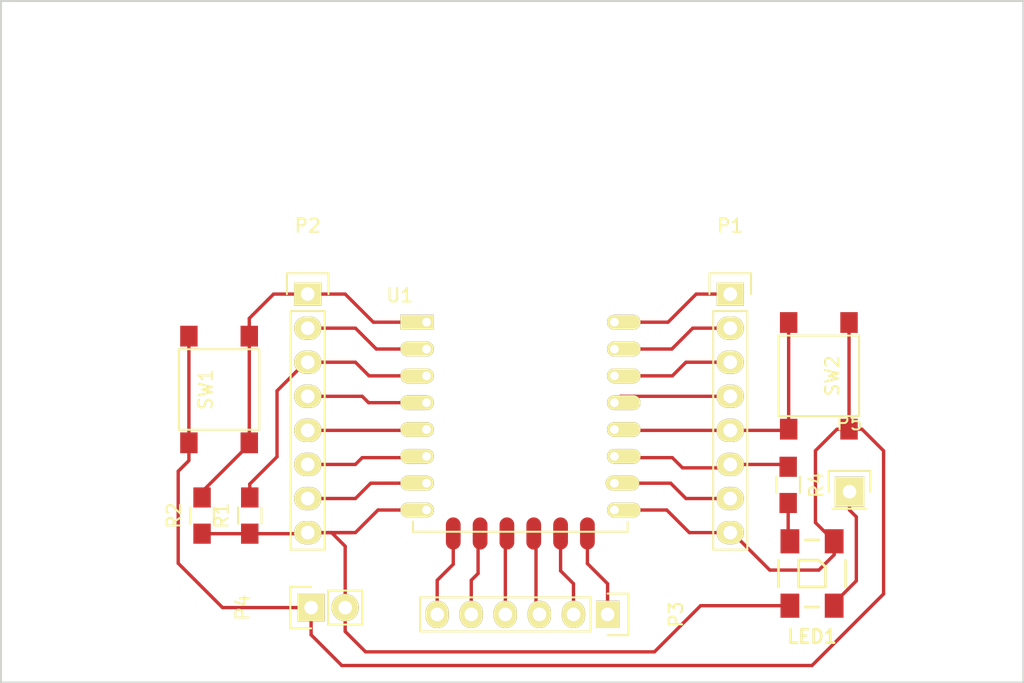
<source format=kicad_pcb>
(kicad_pcb (version 4) (host pcbnew 4.0.3-stable)

  (general
    (links 41)
    (no_connects 1)
    (area 101.524999 76.124999 177.875001 127.075001)
    (thickness 1.6)
    (drawings 4)
    (tracks 131)
    (zones 0)
    (modules 12)
    (nets 25)
  )

  (page A4)
  (layers
    (0 F.Cu signal)
    (31 B.Cu signal)
    (32 B.Adhes user)
    (33 F.Adhes user)
    (34 B.Paste user)
    (35 F.Paste user)
    (36 B.SilkS user)
    (37 F.SilkS user)
    (38 B.Mask user)
    (39 F.Mask user)
    (40 Dwgs.User user)
    (41 Cmts.User user)
    (42 Eco1.User user)
    (43 Eco2.User user)
    (44 Edge.Cuts user)
    (45 Margin user)
    (46 B.CrtYd user)
    (47 F.CrtYd user)
    (48 B.Fab user)
    (49 F.Fab user)
  )

  (setup
    (last_trace_width 0.25)
    (trace_clearance 0.2)
    (zone_clearance 0.508)
    (zone_45_only no)
    (trace_min 0.2)
    (segment_width 0.2)
    (edge_width 0.15)
    (via_size 0.6)
    (via_drill 0.4)
    (via_min_size 0.4)
    (via_min_drill 0.3)
    (uvia_size 0.3)
    (uvia_drill 0.1)
    (uvias_allowed no)
    (uvia_min_size 0.2)
    (uvia_min_drill 0.1)
    (pcb_text_width 0.3)
    (pcb_text_size 1.5 1.5)
    (mod_edge_width 0.15)
    (mod_text_size 1 1)
    (mod_text_width 0.15)
    (pad_size 1.524 1.524)
    (pad_drill 0.762)
    (pad_to_mask_clearance 0.2)
    (aux_axis_origin 0 0)
    (visible_elements FFFFFF7F)
    (pcbplotparams
      (layerselection 0x00000_00000001)
      (usegerberextensions false)
      (excludeedgelayer true)
      (linewidth 0.100000)
      (plotframeref false)
      (viasonmask false)
      (mode 1)
      (useauxorigin false)
      (hpglpennumber 1)
      (hpglpenspeed 20)
      (hpglpendiameter 15)
      (hpglpenoverlay 2)
      (psnegative false)
      (psa4output false)
      (plotreference true)
      (plotvalue true)
      (plotinvisibletext false)
      (padsonsilk false)
      (subtractmaskfromsilk false)
      (outputformat 1)
      (mirror false)
      (drillshape 0)
      (scaleselection 1)
      (outputdirectory ""))
  )

  (net 0 "")
  (net 1 /TX)
  (net 2 /RX)
  (net 3 /GPIO_5)
  (net 4 /GPIO_4)
  (net 5 /GPIO_0)
  (net 6 /GPIO_2)
  (net 7 GND)
  (net 8 /RESET)
  (net 9 /ADC)
  (net 10 /CH_PD)
  (net 11 /GPIO_16)
  (net 12 /GPIO_14)
  (net 13 /GPIO_12)
  (net 14 /GPIO_13)
  (net 15 +3V3)
  (net 16 /CS)
  (net 17 /MISO)
  (net 18 /GPIO_9)
  (net 19 /GPIO_10)
  (net 20 /MOSI)
  (net 21 /SCK)
  (net 22 /GPIO_15)
  (net 23 "Net-(LED1-Pad2)")
  (net 24 "Net-(LED1-Pad4)")

  (net_class Default "This is the default net class."
    (clearance 0.2)
    (trace_width 0.25)
    (via_dia 0.6)
    (via_drill 0.4)
    (uvia_dia 0.3)
    (uvia_drill 0.1)
    (add_net +3V3)
    (add_net /ADC)
    (add_net /CH_PD)
    (add_net /CS)
    (add_net /GPIO_0)
    (add_net /GPIO_10)
    (add_net /GPIO_12)
    (add_net /GPIO_13)
    (add_net /GPIO_14)
    (add_net /GPIO_15)
    (add_net /GPIO_16)
    (add_net /GPIO_2)
    (add_net /GPIO_4)
    (add_net /GPIO_5)
    (add_net /GPIO_9)
    (add_net /MISO)
    (add_net /MOSI)
    (add_net /RESET)
    (add_net /RX)
    (add_net /SCK)
    (add_net /TX)
    (add_net GND)
    (add_net "Net-(LED1-Pad2)")
    (add_net "Net-(LED1-Pad4)")
  )

  (module particle:PTS645 (layer F.Cu) (tedit 57BFDACA) (tstamp 57DDA7EA)
    (at 117.856 105.156 270)
    (path /57DDBB49)
    (fp_text reference SW1 (at 0 1 270) (layer F.SilkS)
      (effects (font (size 1 1) (thickness 0.15)))
    )
    (fp_text value PTS645 (at 0 -0.9 270) (layer F.Fab)
      (effects (font (size 1 1) (thickness 0.15)))
    )
    (fp_line (start -3 -3) (end 0 -3) (layer F.SilkS) (width 0.15))
    (fp_line (start -3 3) (end -3 -3) (layer F.SilkS) (width 0.15))
    (fp_line (start 3 3) (end -3 3) (layer F.SilkS) (width 0.15))
    (fp_line (start 3 -3) (end 3 3) (layer F.SilkS) (width 0.15))
    (fp_line (start 0 -3) (end 3 -3) (layer F.SilkS) (width 0.15))
    (pad 1 smd rect (at -3.975 -2.25 270) (size 1.55 1.3) (layers F.Cu F.Paste F.Mask)
      (net 8 /RESET))
    (pad 1 smd rect (at 3.975 -2.25 270) (size 1.55 1.3) (layers F.Cu F.Paste F.Mask)
      (net 8 /RESET))
    (pad 4 smd rect (at 3.975 2.25 270) (size 1.55 1.3) (layers F.Cu F.Paste F.Mask)
      (net 7 GND))
    (pad 4 smd rect (at -3.975 2.25 270) (size 1.55 1.3) (layers F.Cu F.Paste F.Mask)
      (net 7 GND))
  )

  (module Pin_Headers:Pin_Header_Straight_1x08 (layer F.Cu) (tedit 0) (tstamp 57DDA7C4)
    (at 155.956 98.044)
    (descr "Through hole pin header")
    (tags "pin header")
    (path /57DDA928)
    (fp_text reference P1 (at 0 -5.1) (layer F.SilkS)
      (effects (font (size 1 1) (thickness 0.15)))
    )
    (fp_text value CONN_01X08 (at 0 -3.1) (layer F.Fab)
      (effects (font (size 1 1) (thickness 0.15)))
    )
    (fp_line (start -1.75 -1.75) (end -1.75 19.55) (layer F.CrtYd) (width 0.05))
    (fp_line (start 1.75 -1.75) (end 1.75 19.55) (layer F.CrtYd) (width 0.05))
    (fp_line (start -1.75 -1.75) (end 1.75 -1.75) (layer F.CrtYd) (width 0.05))
    (fp_line (start -1.75 19.55) (end 1.75 19.55) (layer F.CrtYd) (width 0.05))
    (fp_line (start 1.27 1.27) (end 1.27 19.05) (layer F.SilkS) (width 0.15))
    (fp_line (start 1.27 19.05) (end -1.27 19.05) (layer F.SilkS) (width 0.15))
    (fp_line (start -1.27 19.05) (end -1.27 1.27) (layer F.SilkS) (width 0.15))
    (fp_line (start 1.55 -1.55) (end 1.55 0) (layer F.SilkS) (width 0.15))
    (fp_line (start 1.27 1.27) (end -1.27 1.27) (layer F.SilkS) (width 0.15))
    (fp_line (start -1.55 0) (end -1.55 -1.55) (layer F.SilkS) (width 0.15))
    (fp_line (start -1.55 -1.55) (end 1.55 -1.55) (layer F.SilkS) (width 0.15))
    (pad 1 thru_hole rect (at 0 0) (size 2.032 1.7272) (drill 1.016) (layers *.Cu *.Mask F.SilkS)
      (net 1 /TX))
    (pad 2 thru_hole oval (at 0 2.54) (size 2.032 1.7272) (drill 1.016) (layers *.Cu *.Mask F.SilkS)
      (net 2 /RX))
    (pad 3 thru_hole oval (at 0 5.08) (size 2.032 1.7272) (drill 1.016) (layers *.Cu *.Mask F.SilkS)
      (net 3 /GPIO_5))
    (pad 4 thru_hole oval (at 0 7.62) (size 2.032 1.7272) (drill 1.016) (layers *.Cu *.Mask F.SilkS)
      (net 4 /GPIO_4))
    (pad 5 thru_hole oval (at 0 10.16) (size 2.032 1.7272) (drill 1.016) (layers *.Cu *.Mask F.SilkS)
      (net 5 /GPIO_0))
    (pad 6 thru_hole oval (at 0 12.7) (size 2.032 1.7272) (drill 1.016) (layers *.Cu *.Mask F.SilkS)
      (net 6 /GPIO_2))
    (pad 7 thru_hole oval (at 0 15.24) (size 2.032 1.7272) (drill 1.016) (layers *.Cu *.Mask F.SilkS)
      (net 22 /GPIO_15))
    (pad 8 thru_hole oval (at 0 17.78) (size 2.032 1.7272) (drill 1.016) (layers *.Cu *.Mask F.SilkS)
      (net 7 GND))
    (model Pin_Headers.3dshapes/Pin_Header_Straight_1x08.wrl
      (at (xyz 0 -0.35 0))
      (scale (xyz 1 1 1))
      (rotate (xyz 0 0 90))
    )
  )

  (module Pin_Headers:Pin_Header_Straight_1x08 (layer F.Cu) (tedit 0) (tstamp 57DDA7D0)
    (at 124.46 98.044)
    (descr "Through hole pin header")
    (tags "pin header")
    (path /57DDA980)
    (fp_text reference P2 (at 0 -5.1) (layer F.SilkS)
      (effects (font (size 1 1) (thickness 0.15)))
    )
    (fp_text value CONN_01X08 (at 0 -3.1) (layer F.Fab)
      (effects (font (size 1 1) (thickness 0.15)))
    )
    (fp_line (start -1.75 -1.75) (end -1.75 19.55) (layer F.CrtYd) (width 0.05))
    (fp_line (start 1.75 -1.75) (end 1.75 19.55) (layer F.CrtYd) (width 0.05))
    (fp_line (start -1.75 -1.75) (end 1.75 -1.75) (layer F.CrtYd) (width 0.05))
    (fp_line (start -1.75 19.55) (end 1.75 19.55) (layer F.CrtYd) (width 0.05))
    (fp_line (start 1.27 1.27) (end 1.27 19.05) (layer F.SilkS) (width 0.15))
    (fp_line (start 1.27 19.05) (end -1.27 19.05) (layer F.SilkS) (width 0.15))
    (fp_line (start -1.27 19.05) (end -1.27 1.27) (layer F.SilkS) (width 0.15))
    (fp_line (start 1.55 -1.55) (end 1.55 0) (layer F.SilkS) (width 0.15))
    (fp_line (start 1.27 1.27) (end -1.27 1.27) (layer F.SilkS) (width 0.15))
    (fp_line (start -1.55 0) (end -1.55 -1.55) (layer F.SilkS) (width 0.15))
    (fp_line (start -1.55 -1.55) (end 1.55 -1.55) (layer F.SilkS) (width 0.15))
    (pad 1 thru_hole rect (at 0 0) (size 2.032 1.7272) (drill 1.016) (layers *.Cu *.Mask F.SilkS)
      (net 8 /RESET))
    (pad 2 thru_hole oval (at 0 2.54) (size 2.032 1.7272) (drill 1.016) (layers *.Cu *.Mask F.SilkS)
      (net 9 /ADC))
    (pad 3 thru_hole oval (at 0 5.08) (size 2.032 1.7272) (drill 1.016) (layers *.Cu *.Mask F.SilkS)
      (net 10 /CH_PD))
    (pad 4 thru_hole oval (at 0 7.62) (size 2.032 1.7272) (drill 1.016) (layers *.Cu *.Mask F.SilkS)
      (net 11 /GPIO_16))
    (pad 5 thru_hole oval (at 0 10.16) (size 2.032 1.7272) (drill 1.016) (layers *.Cu *.Mask F.SilkS)
      (net 12 /GPIO_14))
    (pad 6 thru_hole oval (at 0 12.7) (size 2.032 1.7272) (drill 1.016) (layers *.Cu *.Mask F.SilkS)
      (net 13 /GPIO_12))
    (pad 7 thru_hole oval (at 0 15.24) (size 2.032 1.7272) (drill 1.016) (layers *.Cu *.Mask F.SilkS)
      (net 14 /GPIO_13))
    (pad 8 thru_hole oval (at 0 17.78) (size 2.032 1.7272) (drill 1.016) (layers *.Cu *.Mask F.SilkS)
      (net 15 +3V3))
    (model Pin_Headers.3dshapes/Pin_Header_Straight_1x08.wrl
      (at (xyz 0 -0.35 0))
      (scale (xyz 1 1 1))
      (rotate (xyz 0 0 90))
    )
  )

  (module Resistors_SMD:R_0805_HandSoldering (layer F.Cu) (tedit 54189DEE) (tstamp 57DDA7D6)
    (at 120.142 114.554 90)
    (descr "Resistor SMD 0805, hand soldering")
    (tags "resistor 0805")
    (path /57DDA094)
    (attr smd)
    (fp_text reference R1 (at 0 -2.1 90) (layer F.SilkS)
      (effects (font (size 1 1) (thickness 0.15)))
    )
    (fp_text value 2.2K (at 0 2.1 90) (layer F.Fab)
      (effects (font (size 1 1) (thickness 0.15)))
    )
    (fp_line (start -2.4 -1) (end 2.4 -1) (layer F.CrtYd) (width 0.05))
    (fp_line (start -2.4 1) (end 2.4 1) (layer F.CrtYd) (width 0.05))
    (fp_line (start -2.4 -1) (end -2.4 1) (layer F.CrtYd) (width 0.05))
    (fp_line (start 2.4 -1) (end 2.4 1) (layer F.CrtYd) (width 0.05))
    (fp_line (start 0.6 0.875) (end -0.6 0.875) (layer F.SilkS) (width 0.15))
    (fp_line (start -0.6 -0.875) (end 0.6 -0.875) (layer F.SilkS) (width 0.15))
    (pad 1 smd rect (at -1.35 0 90) (size 1.5 1.3) (layers F.Cu F.Paste F.Mask)
      (net 15 +3V3))
    (pad 2 smd rect (at 1.35 0 90) (size 1.5 1.3) (layers F.Cu F.Paste F.Mask)
      (net 10 /CH_PD))
    (model Resistors_SMD.3dshapes/R_0805_HandSoldering.wrl
      (at (xyz 0 0 0))
      (scale (xyz 1 1 1))
      (rotate (xyz 0 0 0))
    )
  )

  (module Resistors_SMD:R_0805_HandSoldering (layer F.Cu) (tedit 54189DEE) (tstamp 57DDA7DC)
    (at 116.586 114.554 90)
    (descr "Resistor SMD 0805, hand soldering")
    (tags "resistor 0805")
    (path /57DDA2A0)
    (attr smd)
    (fp_text reference R2 (at 0 -2.1 90) (layer F.SilkS)
      (effects (font (size 1 1) (thickness 0.15)))
    )
    (fp_text value 2.2K (at 0 2.1 90) (layer F.Fab)
      (effects (font (size 1 1) (thickness 0.15)))
    )
    (fp_line (start -2.4 -1) (end 2.4 -1) (layer F.CrtYd) (width 0.05))
    (fp_line (start -2.4 1) (end 2.4 1) (layer F.CrtYd) (width 0.05))
    (fp_line (start -2.4 -1) (end -2.4 1) (layer F.CrtYd) (width 0.05))
    (fp_line (start 2.4 -1) (end 2.4 1) (layer F.CrtYd) (width 0.05))
    (fp_line (start 0.6 0.875) (end -0.6 0.875) (layer F.SilkS) (width 0.15))
    (fp_line (start -0.6 -0.875) (end 0.6 -0.875) (layer F.SilkS) (width 0.15))
    (pad 1 smd rect (at -1.35 0 90) (size 1.5 1.3) (layers F.Cu F.Paste F.Mask)
      (net 15 +3V3))
    (pad 2 smd rect (at 1.35 0 90) (size 1.5 1.3) (layers F.Cu F.Paste F.Mask)
      (net 8 /RESET))
    (model Resistors_SMD.3dshapes/R_0805_HandSoldering.wrl
      (at (xyz 0 0 0))
      (scale (xyz 1 1 1))
      (rotate (xyz 0 0 0))
    )
  )

  (module particle:PTS645 (layer F.Cu) (tedit 57BFDACA) (tstamp 57DDA7F2)
    (at 162.56 104.14 90)
    (path /57DDBB97)
    (fp_text reference SW2 (at 0 1 90) (layer F.SilkS)
      (effects (font (size 1 1) (thickness 0.15)))
    )
    (fp_text value PTS645 (at 0 -0.9 90) (layer F.Fab)
      (effects (font (size 1 1) (thickness 0.15)))
    )
    (fp_line (start -3 -3) (end 0 -3) (layer F.SilkS) (width 0.15))
    (fp_line (start -3 3) (end -3 -3) (layer F.SilkS) (width 0.15))
    (fp_line (start 3 3) (end -3 3) (layer F.SilkS) (width 0.15))
    (fp_line (start 3 -3) (end 3 3) (layer F.SilkS) (width 0.15))
    (fp_line (start 0 -3) (end 3 -3) (layer F.SilkS) (width 0.15))
    (pad 1 smd rect (at -3.975 -2.25 90) (size 1.55 1.3) (layers F.Cu F.Paste F.Mask)
      (net 5 /GPIO_0))
    (pad 1 smd rect (at 3.975 -2.25 90) (size 1.55 1.3) (layers F.Cu F.Paste F.Mask)
      (net 5 /GPIO_0))
    (pad 4 smd rect (at 3.975 2.25 90) (size 1.55 1.3) (layers F.Cu F.Paste F.Mask)
      (net 7 GND))
    (pad 4 smd rect (at -3.975 2.25 90) (size 1.55 1.3) (layers F.Cu F.Paste F.Mask)
      (net 7 GND))
  )

  (module ESP8266:ESP-12E (layer F.Cu) (tedit 559F8D21) (tstamp 57DDA80C)
    (at 133.32 100.14)
    (descr "Module, ESP-8266, ESP-12, 16 pad, SMD")
    (tags "Module ESP-8266 ESP8266")
    (path /57DD9A8B)
    (fp_text reference U1 (at -2 -2) (layer F.SilkS)
      (effects (font (size 1 1) (thickness 0.15)))
    )
    (fp_text value ESP-12E (at 8 1) (layer F.Fab)
      (effects (font (size 1 1) (thickness 0.15)))
    )
    (fp_line (start -2.25 -0.5) (end -2.25 -8.75) (layer F.CrtYd) (width 0.05))
    (fp_line (start -2.25 -8.75) (end 15.25 -8.75) (layer F.CrtYd) (width 0.05))
    (fp_line (start 15.25 -8.75) (end 16.25 -8.75) (layer F.CrtYd) (width 0.05))
    (fp_line (start 16.25 -8.75) (end 16.25 16) (layer F.CrtYd) (width 0.05))
    (fp_line (start 16.25 16) (end -2.25 16) (layer F.CrtYd) (width 0.05))
    (fp_line (start -2.25 16) (end -2.25 -0.5) (layer F.CrtYd) (width 0.05))
    (fp_line (start -1.016 -8.382) (end 14.986 -8.382) (layer F.CrtYd) (width 0.1524))
    (fp_line (start 14.986 -8.382) (end 14.986 -0.889) (layer F.CrtYd) (width 0.1524))
    (fp_line (start -1.016 -8.382) (end -1.016 -1.016) (layer F.CrtYd) (width 0.1524))
    (fp_line (start -1.016 14.859) (end -1.016 15.621) (layer F.SilkS) (width 0.1524))
    (fp_line (start -1.016 15.621) (end 14.986 15.621) (layer F.SilkS) (width 0.1524))
    (fp_line (start 14.986 15.621) (end 14.986 14.859) (layer F.SilkS) (width 0.1524))
    (fp_line (start 14.992 -8.4) (end -1.008 -2.6) (layer F.CrtYd) (width 0.1524))
    (fp_line (start -1.008 -8.4) (end 14.992 -2.6) (layer F.CrtYd) (width 0.1524))
    (fp_text user "No Copper" (at 6.892 -5.4) (layer F.CrtYd)
      (effects (font (size 1 1) (thickness 0.15)))
    )
    (fp_line (start -1.008 -2.6) (end 14.992 -2.6) (layer F.CrtYd) (width 0.1524))
    (fp_line (start 15 -8.4) (end 15 15.6) (layer F.Fab) (width 0.05))
    (fp_line (start 14.992 15.6) (end -1.008 15.6) (layer F.Fab) (width 0.05))
    (fp_line (start -1.008 15.6) (end -1.008 -8.4) (layer F.Fab) (width 0.05))
    (fp_line (start -1.008 -8.4) (end 14.992 -8.4) (layer F.Fab) (width 0.05))
    (pad 1 thru_hole rect (at 0 0) (size 2.5 1.1) (drill 0.65 (offset -0.7 0)) (layers *.Cu *.Mask F.SilkS)
      (net 8 /RESET))
    (pad 2 thru_hole oval (at 0 2) (size 2.5 1.1) (drill 0.65 (offset -0.7 0)) (layers *.Cu *.Mask F.SilkS)
      (net 9 /ADC))
    (pad 3 thru_hole oval (at 0 4) (size 2.5 1.1) (drill 0.65 (offset -0.7 0)) (layers *.Cu *.Mask F.SilkS)
      (net 10 /CH_PD))
    (pad 4 thru_hole oval (at 0 6) (size 2.5 1.1) (drill 0.65 (offset -0.7 0)) (layers *.Cu *.Mask F.SilkS)
      (net 11 /GPIO_16))
    (pad 5 thru_hole oval (at 0 8) (size 2.5 1.1) (drill 0.65 (offset -0.7 0)) (layers *.Cu *.Mask F.SilkS)
      (net 12 /GPIO_14))
    (pad 6 thru_hole oval (at 0 10) (size 2.5 1.1) (drill 0.65 (offset -0.7 0)) (layers *.Cu *.Mask F.SilkS)
      (net 13 /GPIO_12))
    (pad 7 thru_hole oval (at 0 12) (size 2.5 1.1) (drill 0.65 (offset -0.7 0)) (layers *.Cu *.Mask F.SilkS)
      (net 14 /GPIO_13))
    (pad 8 thru_hole oval (at 0 14) (size 2.5 1.1) (drill 0.65 (offset -0.7 0)) (layers *.Cu *.Mask F.SilkS)
      (net 15 +3V3))
    (pad 9 smd oval (at 1.99 15.75 90) (size 2.4 1.1) (layers F.Cu F.Paste F.Mask)
      (net 16 /CS))
    (pad 10 smd oval (at 3.99 15.75 90) (size 2.4 1.1) (layers F.Cu F.Paste F.Mask)
      (net 17 /MISO))
    (pad 11 smd oval (at 5.99 15.75 90) (size 2.4 1.1) (layers F.Cu F.Paste F.Mask)
      (net 18 /GPIO_9))
    (pad 12 smd oval (at 7.99 15.75 90) (size 2.4 1.1) (layers F.Cu F.Paste F.Mask)
      (net 19 /GPIO_10))
    (pad 13 smd oval (at 9.99 15.75 90) (size 2.4 1.1) (layers F.Cu F.Paste F.Mask)
      (net 20 /MOSI))
    (pad 14 smd oval (at 11.99 15.75 90) (size 2.4 1.1) (layers F.Cu F.Paste F.Mask)
      (net 21 /SCK))
    (pad 15 thru_hole oval (at 14 14) (size 2.5 1.1) (drill 0.65 (offset 0.7 0)) (layers *.Cu *.Mask F.SilkS)
      (net 7 GND))
    (pad 16 thru_hole oval (at 14 12) (size 2.5 1.1) (drill 0.65 (offset 0.6 0)) (layers *.Cu *.Mask F.SilkS)
      (net 22 /GPIO_15))
    (pad 17 thru_hole oval (at 14 10) (size 2.5 1.1) (drill 0.65 (offset 0.7 0)) (layers *.Cu *.Mask F.SilkS)
      (net 6 /GPIO_2))
    (pad 18 thru_hole oval (at 14 8) (size 2.5 1.1) (drill 0.65 (offset 0.7 0)) (layers *.Cu *.Mask F.SilkS)
      (net 5 /GPIO_0))
    (pad 19 thru_hole oval (at 14 6) (size 2.5 1.1) (drill 0.65 (offset 0.7 0)) (layers *.Cu *.Mask F.SilkS)
      (net 4 /GPIO_4))
    (pad 20 thru_hole oval (at 14 4) (size 2.5 1.1) (drill 0.65 (offset 0.7 0)) (layers *.Cu *.Mask F.SilkS)
      (net 3 /GPIO_5))
    (pad 21 thru_hole oval (at 14 2) (size 2.5 1.1) (drill 0.65 (offset 0.7 0)) (layers *.Cu *.Mask F.SilkS)
      (net 2 /RX))
    (pad 22 thru_hole oval (at 14 0) (size 2.5 1.1) (drill 0.65 (offset 0.7 0)) (layers *.Cu *.Mask F.SilkS)
      (net 1 /TX))
    (model ${ESPLIB}/ESP8266.3dshapes/ESP-12.wrl
      (at (xyz 0.04 0 0))
      (scale (xyz 0.3937 0.3937 0.3937))
      (rotate (xyz 0 0 0))
    )
  )

  (module Pin_Headers:Pin_Header_Straight_1x06 (layer F.Cu) (tedit 0) (tstamp 57DDAB62)
    (at 146.812 121.92 270)
    (descr "Through hole pin header")
    (tags "pin header")
    (path /57DDC419)
    (fp_text reference P3 (at 0 -5.1 270) (layer F.SilkS)
      (effects (font (size 1 1) (thickness 0.15)))
    )
    (fp_text value CONN_01X06 (at 0 -3.1 270) (layer F.Fab)
      (effects (font (size 1 1) (thickness 0.15)))
    )
    (fp_line (start -1.75 -1.75) (end -1.75 14.45) (layer F.CrtYd) (width 0.05))
    (fp_line (start 1.75 -1.75) (end 1.75 14.45) (layer F.CrtYd) (width 0.05))
    (fp_line (start -1.75 -1.75) (end 1.75 -1.75) (layer F.CrtYd) (width 0.05))
    (fp_line (start -1.75 14.45) (end 1.75 14.45) (layer F.CrtYd) (width 0.05))
    (fp_line (start 1.27 1.27) (end 1.27 13.97) (layer F.SilkS) (width 0.15))
    (fp_line (start 1.27 13.97) (end -1.27 13.97) (layer F.SilkS) (width 0.15))
    (fp_line (start -1.27 13.97) (end -1.27 1.27) (layer F.SilkS) (width 0.15))
    (fp_line (start 1.55 -1.55) (end 1.55 0) (layer F.SilkS) (width 0.15))
    (fp_line (start 1.27 1.27) (end -1.27 1.27) (layer F.SilkS) (width 0.15))
    (fp_line (start -1.55 0) (end -1.55 -1.55) (layer F.SilkS) (width 0.15))
    (fp_line (start -1.55 -1.55) (end 1.55 -1.55) (layer F.SilkS) (width 0.15))
    (pad 1 thru_hole rect (at 0 0 270) (size 2.032 1.7272) (drill 1.016) (layers *.Cu *.Mask F.SilkS)
      (net 21 /SCK))
    (pad 2 thru_hole oval (at 0 2.54 270) (size 2.032 1.7272) (drill 1.016) (layers *.Cu *.Mask F.SilkS)
      (net 20 /MOSI))
    (pad 3 thru_hole oval (at 0 5.08 270) (size 2.032 1.7272) (drill 1.016) (layers *.Cu *.Mask F.SilkS)
      (net 19 /GPIO_10))
    (pad 4 thru_hole oval (at 0 7.62 270) (size 2.032 1.7272) (drill 1.016) (layers *.Cu *.Mask F.SilkS)
      (net 18 /GPIO_9))
    (pad 5 thru_hole oval (at 0 10.16 270) (size 2.032 1.7272) (drill 1.016) (layers *.Cu *.Mask F.SilkS)
      (net 17 /MISO))
    (pad 6 thru_hole oval (at 0 12.7 270) (size 2.032 1.7272) (drill 1.016) (layers *.Cu *.Mask F.SilkS)
      (net 16 /CS))
    (model Pin_Headers.3dshapes/Pin_Header_Straight_1x06.wrl
      (at (xyz 0 -0.25 0))
      (scale (xyz 1 1 1))
      (rotate (xyz 0 0 90))
    )
  )

  (module Pin_Headers:Pin_Header_Straight_1x02 (layer F.Cu) (tedit 54EA090C) (tstamp 57DDC326)
    (at 124.714 121.412 90)
    (descr "Through hole pin header")
    (tags "pin header")
    (path /57DDCD37)
    (fp_text reference P4 (at 0 -5.1 90) (layer F.SilkS)
      (effects (font (size 1 1) (thickness 0.15)))
    )
    (fp_text value CONN_01X02 (at 0 -3.1 90) (layer F.Fab)
      (effects (font (size 1 1) (thickness 0.15)))
    )
    (fp_line (start 1.27 1.27) (end 1.27 3.81) (layer F.SilkS) (width 0.15))
    (fp_line (start 1.55 -1.55) (end 1.55 0) (layer F.SilkS) (width 0.15))
    (fp_line (start -1.75 -1.75) (end -1.75 4.3) (layer F.CrtYd) (width 0.05))
    (fp_line (start 1.75 -1.75) (end 1.75 4.3) (layer F.CrtYd) (width 0.05))
    (fp_line (start -1.75 -1.75) (end 1.75 -1.75) (layer F.CrtYd) (width 0.05))
    (fp_line (start -1.75 4.3) (end 1.75 4.3) (layer F.CrtYd) (width 0.05))
    (fp_line (start 1.27 1.27) (end -1.27 1.27) (layer F.SilkS) (width 0.15))
    (fp_line (start -1.55 0) (end -1.55 -1.55) (layer F.SilkS) (width 0.15))
    (fp_line (start -1.55 -1.55) (end 1.55 -1.55) (layer F.SilkS) (width 0.15))
    (fp_line (start -1.27 1.27) (end -1.27 3.81) (layer F.SilkS) (width 0.15))
    (fp_line (start -1.27 3.81) (end 1.27 3.81) (layer F.SilkS) (width 0.15))
    (pad 1 thru_hole rect (at 0 0 90) (size 2.032 2.032) (drill 1.016) (layers *.Cu *.Mask F.SilkS)
      (net 7 GND))
    (pad 2 thru_hole oval (at 0 2.54 90) (size 2.032 2.032) (drill 1.016) (layers *.Cu *.Mask F.SilkS)
      (net 15 +3V3))
    (model Pin_Headers.3dshapes/Pin_Header_Straight_1x02.wrl
      (at (xyz 0 -0.05 0))
      (scale (xyz 1 1 1))
      (rotate (xyz 0 0 90))
    )
  )

  (module WS2812B:WS2812B (layer F.Cu) (tedit 53BEE615) (tstamp 57DDC63A)
    (at 162.052 118.872 180)
    (path /57DDD1EE)
    (fp_text reference LED1 (at 0 -4.7 180) (layer F.SilkS)
      (effects (font (size 1 1) (thickness 0.2)))
    )
    (fp_text value WS2812B (at 0 4.8 180) (layer F.SilkS) hide
      (effects (font (size 1 1) (thickness 0.2)))
    )
    (fp_line (start -1 -1) (end 1 -1) (layer F.SilkS) (width 0.2))
    (fp_line (start 1 -1) (end 1 1) (layer F.SilkS) (width 0.2))
    (fp_line (start 1 1) (end -0.5 1) (layer F.SilkS) (width 0.2))
    (fp_line (start -0.5 1) (end -1 0.5) (layer F.SilkS) (width 0.2))
    (fp_line (start -1 0.5) (end -1 -1) (layer F.SilkS) (width 0.2))
    (fp_line (start -2.5 -1) (end -2.5 1) (layer F.SilkS) (width 0.2))
    (fp_line (start -0.5 2.5) (end 0.5 2.5) (layer F.SilkS) (width 0.2))
    (fp_line (start 2.5 -1) (end 2.5 1) (layer F.SilkS) (width 0.2))
    (fp_line (start -0.5 -2.5) (end 0.5 -2.5) (layer F.SilkS) (width 0.2))
    (fp_line (start 2.1 2.5) (end 2.5 2.5) (layer Dwgs.User) (width 0.2))
    (fp_line (start -1.2 2.5) (end 1.2 2.5) (layer Dwgs.User) (width 0.2))
    (fp_line (start -2.5 2.5) (end -2.1 2.5) (layer Dwgs.User) (width 0.2))
    (fp_line (start 2.1 -2.5) (end 2.5 -2.5) (layer Dwgs.User) (width 0.2))
    (fp_line (start -1.2 -2.5) (end 1.2 -2.5) (layer Dwgs.User) (width 0.2))
    (fp_line (start -2.5 -2.5) (end -2.1 -2.5) (layer Dwgs.User) (width 0.2))
    (fp_line (start -2.1 -2.7) (end -1.2 -2.7) (layer Dwgs.User) (width 0.2))
    (fp_line (start -1.2 -2.7) (end -1.2 -1.8) (layer Dwgs.User) (width 0.2))
    (fp_line (start -1.2 -1.8) (end -2.1 -1.8) (layer Dwgs.User) (width 0.2))
    (fp_line (start -2.1 -1.8) (end -2.1 -2.7) (layer Dwgs.User) (width 0.2))
    (fp_line (start 2.1 -2.7) (end 1.2 -2.7) (layer Dwgs.User) (width 0.2))
    (fp_line (start 1.2 -2.7) (end 1.2 -1.8) (layer Dwgs.User) (width 0.2))
    (fp_line (start 1.2 -1.8) (end 2.1 -1.8) (layer Dwgs.User) (width 0.2))
    (fp_line (start 2.1 -1.8) (end 2.1 -2.7) (layer Dwgs.User) (width 0.2))
    (fp_line (start -2.1 2.7) (end -2.1 1.8) (layer Dwgs.User) (width 0.2))
    (fp_line (start -2.1 1.8) (end -1.2 1.8) (layer Dwgs.User) (width 0.2))
    (fp_line (start -1.2 1.8) (end -1.2 2.7) (layer Dwgs.User) (width 0.2))
    (fp_line (start -1.2 2.7) (end -2.1 2.7) (layer Dwgs.User) (width 0.2))
    (fp_line (start 1.2 2.7) (end 1.2 1.8) (layer Dwgs.User) (width 0.2))
    (fp_line (start 1.2 1.8) (end 2.1 1.8) (layer Dwgs.User) (width 0.2))
    (fp_line (start 2.1 1.8) (end 2.1 2.7) (layer Dwgs.User) (width 0.2))
    (fp_line (start 2.1 2.7) (end 1.2 2.7) (layer Dwgs.User) (width 0.2))
    (fp_line (start 2.5 -2.5) (end 2.5 2.5) (layer Dwgs.User) (width 0.2))
    (fp_line (start -2.49936 2.49936) (end -2.49936 -2.49936) (layer Dwgs.User) (width 0.2))
    (pad 1 smd rect (at 1.65 -2.4 180) (size 1.4 1.8) (layers F.Cu F.Paste F.Mask)
      (net 15 +3V3))
    (pad 2 smd rect (at -1.65 -2.4 180) (size 1.4 1.8) (layers F.Cu F.Paste F.Mask)
      (net 23 "Net-(LED1-Pad2)"))
    (pad 3 smd rect (at -1.65 2.4 180) (size 1.4 1.8) (layers F.Cu F.Paste F.Mask)
      (net 7 GND))
    (pad 4 smd rect (at 1.65 2.4 180) (size 1.4 1.8) (layers F.Cu F.Paste F.Mask)
      (net 24 "Net-(LED1-Pad4)"))
  )

  (module Pin_Headers:Pin_Header_Straight_1x01 (layer F.Cu) (tedit 54EA08DC) (tstamp 57DDE357)
    (at 164.846 112.776)
    (descr "Through hole pin header")
    (tags "pin header")
    (path /57DDDD90)
    (fp_text reference P5 (at 0 -5.1) (layer F.SilkS)
      (effects (font (size 1 1) (thickness 0.15)))
    )
    (fp_text value CONN_01X01 (at 0 -3.1) (layer F.Fab)
      (effects (font (size 1 1) (thickness 0.15)))
    )
    (fp_line (start 1.55 -1.55) (end 1.55 0) (layer F.SilkS) (width 0.15))
    (fp_line (start -1.75 -1.75) (end -1.75 1.75) (layer F.CrtYd) (width 0.05))
    (fp_line (start 1.75 -1.75) (end 1.75 1.75) (layer F.CrtYd) (width 0.05))
    (fp_line (start -1.75 -1.75) (end 1.75 -1.75) (layer F.CrtYd) (width 0.05))
    (fp_line (start -1.75 1.75) (end 1.75 1.75) (layer F.CrtYd) (width 0.05))
    (fp_line (start -1.55 0) (end -1.55 -1.55) (layer F.SilkS) (width 0.15))
    (fp_line (start -1.55 -1.55) (end 1.55 -1.55) (layer F.SilkS) (width 0.15))
    (fp_line (start -1.27 1.27) (end 1.27 1.27) (layer F.SilkS) (width 0.15))
    (pad 1 thru_hole rect (at 0 0) (size 2.2352 2.2352) (drill 1.016) (layers *.Cu *.Mask F.SilkS)
      (net 23 "Net-(LED1-Pad2)"))
    (model Pin_Headers.3dshapes/Pin_Header_Straight_1x01.wrl
      (at (xyz 0 0 0))
      (scale (xyz 1 1 1))
      (rotate (xyz 0 0 90))
    )
  )

  (module Resistors_SMD:R_0805_HandSoldering (layer F.Cu) (tedit 54189DEE) (tstamp 57DDE35D)
    (at 160.274 112.268 270)
    (descr "Resistor SMD 0805, hand soldering")
    (tags "resistor 0805")
    (path /57DDD5C5)
    (attr smd)
    (fp_text reference R4 (at 0 -2.1 270) (layer F.SilkS)
      (effects (font (size 1 1) (thickness 0.15)))
    )
    (fp_text value 220 (at 0 2.1 270) (layer F.Fab)
      (effects (font (size 1 1) (thickness 0.15)))
    )
    (fp_line (start -2.4 -1) (end 2.4 -1) (layer F.CrtYd) (width 0.05))
    (fp_line (start -2.4 1) (end 2.4 1) (layer F.CrtYd) (width 0.05))
    (fp_line (start -2.4 -1) (end -2.4 1) (layer F.CrtYd) (width 0.05))
    (fp_line (start 2.4 -1) (end 2.4 1) (layer F.CrtYd) (width 0.05))
    (fp_line (start 0.6 0.875) (end -0.6 0.875) (layer F.SilkS) (width 0.15))
    (fp_line (start -0.6 -0.875) (end 0.6 -0.875) (layer F.SilkS) (width 0.15))
    (pad 1 smd rect (at -1.35 0 270) (size 1.5 1.3) (layers F.Cu F.Paste F.Mask)
      (net 6 /GPIO_2))
    (pad 2 smd rect (at 1.35 0 270) (size 1.5 1.3) (layers F.Cu F.Paste F.Mask)
      (net 24 "Net-(LED1-Pad4)"))
    (model Resistors_SMD.3dshapes/R_0805_HandSoldering.wrl
      (at (xyz 0 0 0))
      (scale (xyz 1 1 1))
      (rotate (xyz 0 0 0))
    )
  )

  (gr_line (start 101.6 127) (end 101.6 76.2) (layer Edge.Cuts) (width 0.15))
  (gr_line (start 177.8 127) (end 101.6 127) (layer Edge.Cuts) (width 0.15))
  (gr_line (start 177.8 76.2) (end 177.8 127) (layer Edge.Cuts) (width 0.15))
  (gr_line (start 101.6 76.2) (end 177.8 76.2) (layer Edge.Cuts) (width 0.15))

  (segment (start 147.32 100.14) (end 151.32 100.14) (width 0.25) (layer F.Cu) (net 1))
  (segment (start 151.32 100.14) (end 153.416 98.044) (width 0.25) (layer F.Cu) (net 1))
  (segment (start 153.416 98.044) (end 155.956 98.044) (width 0.25) (layer F.Cu) (net 1))
  (segment (start 147.32 102.14) (end 151.606 102.14) (width 0.25) (layer F.Cu) (net 2))
  (segment (start 151.606 102.14) (end 153.162 100.584) (width 0.25) (layer F.Cu) (net 2))
  (segment (start 153.162 100.584) (end 155.956 100.584) (width 0.25) (layer F.Cu) (net 2))
  (segment (start 147.32 104.14) (end 151.638 104.14) (width 0.25) (layer F.Cu) (net 3))
  (segment (start 151.638 104.14) (end 152.654 103.124) (width 0.25) (layer F.Cu) (net 3))
  (segment (start 152.654 103.124) (end 155.956 103.124) (width 0.25) (layer F.Cu) (net 3))
  (segment (start 147.32 106.14) (end 147.796 105.664) (width 0.25) (layer F.Cu) (net 4))
  (segment (start 147.796 105.664) (end 155.956 105.664) (width 0.25) (layer F.Cu) (net 4))
  (segment (start 160.31 108.115) (end 160.31 107.09) (width 0.25) (layer F.Cu) (net 5))
  (segment (start 160.31 107.09) (end 160.31 100.165) (width 0.25) (layer F.Cu) (net 5))
  (segment (start 155.956 108.204) (end 160.221 108.204) (width 0.25) (layer F.Cu) (net 5))
  (segment (start 160.221 108.204) (end 160.31 108.115) (width 0.25) (layer F.Cu) (net 5))
  (segment (start 147.32 108.14) (end 147.384 108.204) (width 0.25) (layer F.Cu) (net 5))
  (segment (start 147.384 108.204) (end 155.956 108.204) (width 0.25) (layer F.Cu) (net 5))
  (segment (start 155.956 110.744) (end 160.1 110.744) (width 0.25) (layer F.Cu) (net 6))
  (segment (start 160.1 110.744) (end 160.274 110.918) (width 0.25) (layer F.Cu) (net 6))
  (segment (start 147.32 110.14) (end 147.416 110.236) (width 0.25) (layer F.Cu) (net 6))
  (segment (start 155.702 110.998) (end 155.956 110.744) (width 0.25) (layer F.Cu) (net 6))
  (segment (start 147.416 110.236) (end 151.638 110.236) (width 0.25) (layer F.Cu) (net 6))
  (segment (start 151.638 110.236) (end 152.4 110.998) (width 0.25) (layer F.Cu) (net 6))
  (segment (start 152.4 110.998) (end 155.702 110.998) (width 0.25) (layer F.Cu) (net 6))
  (segment (start 115.606 109.131) (end 115.606 110.454) (width 0.25) (layer F.Cu) (net 7))
  (segment (start 115.606 110.454) (end 114.808 111.252) (width 0.25) (layer F.Cu) (net 7))
  (segment (start 114.808 111.252) (end 114.808 118.11) (width 0.25) (layer F.Cu) (net 7))
  (segment (start 114.808 118.11) (end 118.11 121.412) (width 0.25) (layer F.Cu) (net 7))
  (segment (start 118.11 121.412) (end 124.714 121.412) (width 0.25) (layer F.Cu) (net 7))
  (segment (start 164.81 108.115) (end 164.81 100.165) (width 0.25) (layer F.Cu) (net 7))
  (segment (start 124.714 121.412) (end 124.714 123.444) (width 0.25) (layer F.Cu) (net 7))
  (segment (start 162.052 125.73) (end 167.386 120.396) (width 0.25) (layer F.Cu) (net 7))
  (segment (start 124.714 123.444) (end 127 125.73) (width 0.25) (layer F.Cu) (net 7))
  (segment (start 127 125.73) (end 162.052 125.73) (width 0.25) (layer F.Cu) (net 7))
  (segment (start 167.386 120.396) (end 167.386 109.728) (width 0.25) (layer F.Cu) (net 7))
  (segment (start 167.386 109.728) (end 165.773 108.115) (width 0.25) (layer F.Cu) (net 7))
  (segment (start 165.773 108.115) (end 164.81 108.115) (width 0.25) (layer F.Cu) (net 7))
  (segment (start 163.702 116.472) (end 162.306 115.076) (width 0.25) (layer F.Cu) (net 7))
  (segment (start 162.306 115.076) (end 162.306 109.719) (width 0.25) (layer F.Cu) (net 7))
  (segment (start 162.306 109.719) (end 163.91 108.115) (width 0.25) (layer F.Cu) (net 7))
  (segment (start 163.91 108.115) (end 164.81 108.115) (width 0.25) (layer F.Cu) (net 7))
  (segment (start 155.956 115.824) (end 156.1084 115.824) (width 0.25) (layer F.Cu) (net 7))
  (segment (start 163.702 117.476) (end 163.702 116.472) (width 0.25) (layer F.Cu) (net 7))
  (segment (start 156.1084 115.824) (end 158.9024 118.618) (width 0.25) (layer F.Cu) (net 7))
  (segment (start 158.9024 118.618) (end 162.56 118.618) (width 0.25) (layer F.Cu) (net 7))
  (segment (start 162.56 118.618) (end 163.702 117.476) (width 0.25) (layer F.Cu) (net 7))
  (segment (start 115.606 109.131) (end 115.606 101.181) (width 0.25) (layer F.Cu) (net 7))
  (segment (start 147.32 114.14) (end 151.224 114.14) (width 0.25) (layer F.Cu) (net 7))
  (segment (start 151.224 114.14) (end 152.908 115.824) (width 0.25) (layer F.Cu) (net 7))
  (segment (start 152.908 115.824) (end 155.956 115.824) (width 0.25) (layer F.Cu) (net 7))
  (segment (start 116.586 113.204) (end 116.586 112.776) (width 0.25) (layer F.Cu) (net 8))
  (segment (start 116.586 112.776) (end 120.106 109.256) (width 0.25) (layer F.Cu) (net 8))
  (segment (start 120.106 109.256) (end 120.106 109.131) (width 0.25) (layer F.Cu) (net 8))
  (segment (start 116.586 113.104) (end 116.586 113.204) (width 0.25) (layer F.Cu) (net 8))
  (segment (start 120.106 101.181) (end 120.106 109.131) (width 0.25) (layer F.Cu) (net 8))
  (segment (start 121.92 98.044) (end 120.106 99.858) (width 0.25) (layer F.Cu) (net 8))
  (segment (start 120.106 99.858) (end 120.106 101.181) (width 0.25) (layer F.Cu) (net 8))
  (segment (start 124.46 98.044) (end 121.92 98.044) (width 0.25) (layer F.Cu) (net 8))
  (segment (start 124.46 98.044) (end 127.254 98.044) (width 0.25) (layer F.Cu) (net 8))
  (segment (start 127.254 98.044) (end 129.35 100.14) (width 0.25) (layer F.Cu) (net 8))
  (segment (start 129.35 100.14) (end 133.32 100.14) (width 0.25) (layer F.Cu) (net 8))
  (segment (start 124.371 98.133) (end 124.46 98.044) (width 0.25) (layer F.Cu) (net 8))
  (segment (start 124.46 100.584) (end 128.016 100.584) (width 0.25) (layer F.Cu) (net 9))
  (segment (start 128.016 100.584) (end 129.572 102.14) (width 0.25) (layer F.Cu) (net 9))
  (segment (start 129.572 102.14) (end 133.32 102.14) (width 0.25) (layer F.Cu) (net 9))
  (segment (start 120.142 113.204) (end 120.142 112.204) (width 0.25) (layer F.Cu) (net 10))
  (segment (start 120.142 112.204) (end 122.174 110.172) (width 0.25) (layer F.Cu) (net 10))
  (segment (start 122.174 105.2576) (end 124.3076 103.124) (width 0.25) (layer F.Cu) (net 10))
  (segment (start 122.174 110.172) (end 122.174 105.2576) (width 0.25) (layer F.Cu) (net 10))
  (segment (start 124.3076 103.124) (end 124.46 103.124) (width 0.25) (layer F.Cu) (net 10))
  (segment (start 124.46 103.124) (end 128.016 103.124) (width 0.25) (layer F.Cu) (net 10))
  (segment (start 128.016 103.124) (end 129.032 104.14) (width 0.25) (layer F.Cu) (net 10))
  (segment (start 129.032 104.14) (end 133.32 104.14) (width 0.25) (layer F.Cu) (net 10))
  (segment (start 124.46 105.664) (end 128.524 105.664) (width 0.25) (layer F.Cu) (net 11))
  (segment (start 128.524 105.664) (end 129 106.14) (width 0.25) (layer F.Cu) (net 11))
  (segment (start 129 106.14) (end 133.32 106.14) (width 0.25) (layer F.Cu) (net 11))
  (segment (start 124.46 108.204) (end 133.256 108.204) (width 0.25) (layer F.Cu) (net 12))
  (segment (start 133.256 108.204) (end 133.32 108.14) (width 0.25) (layer F.Cu) (net 12))
  (segment (start 124.46 110.744) (end 128.016 110.744) (width 0.25) (layer F.Cu) (net 13))
  (segment (start 128.016 110.744) (end 128.524 110.236) (width 0.25) (layer F.Cu) (net 13))
  (segment (start 128.524 110.236) (end 133.224 110.236) (width 0.25) (layer F.Cu) (net 13))
  (segment (start 133.224 110.236) (end 133.32 110.14) (width 0.25) (layer F.Cu) (net 13))
  (segment (start 124.46 113.284) (end 128.016 113.284) (width 0.25) (layer F.Cu) (net 14))
  (segment (start 128.016 113.284) (end 129.16 112.14) (width 0.25) (layer F.Cu) (net 14))
  (segment (start 129.16 112.14) (end 133.32 112.14) (width 0.25) (layer F.Cu) (net 14))
  (segment (start 116.586 115.904) (end 120.142 115.904) (width 0.25) (layer F.Cu) (net 15))
  (segment (start 160.402 121.272) (end 153.746 121.272) (width 0.25) (layer F.Cu) (net 15))
  (segment (start 153.746 121.272) (end 150.304 124.714) (width 0.25) (layer F.Cu) (net 15))
  (segment (start 150.304 124.714) (end 128.778 124.714) (width 0.25) (layer F.Cu) (net 15))
  (segment (start 128.778 124.714) (end 127.254 123.19) (width 0.25) (layer F.Cu) (net 15))
  (segment (start 127.254 123.19) (end 127.254 121.412) (width 0.25) (layer F.Cu) (net 15))
  (segment (start 124.46 115.824) (end 126.238 115.824) (width 0.25) (layer F.Cu) (net 15))
  (segment (start 126.238 115.824) (end 128.016 115.824) (width 0.25) (layer F.Cu) (net 15))
  (segment (start 127.254 121.412) (end 127.254 116.84) (width 0.25) (layer F.Cu) (net 15))
  (segment (start 127.254 116.84) (end 126.238 115.824) (width 0.25) (layer F.Cu) (net 15))
  (segment (start 120.142 115.904) (end 124.38 115.904) (width 0.25) (layer F.Cu) (net 15))
  (segment (start 124.38 115.904) (end 124.46 115.824) (width 0.25) (layer F.Cu) (net 15))
  (segment (start 127.762 115.824) (end 124.46 115.824) (width 0.25) (layer F.Cu) (net 15))
  (segment (start 129.7 114.14) (end 133.32 114.14) (width 0.25) (layer F.Cu) (net 15))
  (segment (start 128.016 115.824) (end 129.7 114.14) (width 0.25) (layer F.Cu) (net 15))
  (segment (start 135.31 115.89) (end 135.31 118.182) (width 0.25) (layer F.Cu) (net 16))
  (segment (start 134.112 119.38) (end 134.112 120.654) (width 0.25) (layer F.Cu) (net 16))
  (segment (start 135.31 118.182) (end 134.112 119.38) (width 0.25) (layer F.Cu) (net 16))
  (segment (start 134.112 120.654) (end 134.112 121.92) (width 0.25) (layer F.Cu) (net 16))
  (segment (start 137.31 115.89) (end 137.16 116.04) (width 0.25) (layer F.Cu) (net 17))
  (segment (start 137.16 116.04) (end 137.16 118.872) (width 0.25) (layer F.Cu) (net 17))
  (segment (start 137.16 118.872) (end 136.652 119.38) (width 0.25) (layer F.Cu) (net 17))
  (segment (start 136.652 119.38) (end 136.652 121.92) (width 0.25) (layer F.Cu) (net 17))
  (segment (start 139.31 115.89) (end 139.192 116.008) (width 0.25) (layer F.Cu) (net 18))
  (segment (start 139.192 116.008) (end 139.192 121.92) (width 0.25) (layer F.Cu) (net 18))
  (segment (start 141.31 115.89) (end 141.478 116.058) (width 0.25) (layer F.Cu) (net 19))
  (segment (start 141.478 116.058) (end 141.478 121.666) (width 0.25) (layer F.Cu) (net 19))
  (segment (start 141.478 121.666) (end 141.732 121.92) (width 0.25) (layer F.Cu) (net 19))
  (segment (start 143.31 115.89) (end 143.31 118.672) (width 0.25) (layer F.Cu) (net 20))
  (segment (start 143.31 118.672) (end 144.272 119.634) (width 0.25) (layer F.Cu) (net 20))
  (segment (start 144.272 119.634) (end 144.272 121.92) (width 0.25) (layer F.Cu) (net 20))
  (segment (start 145.31 115.89) (end 145.31 118.132) (width 0.25) (layer F.Cu) (net 21))
  (segment (start 145.31 118.132) (end 146.812 119.634) (width 0.25) (layer F.Cu) (net 21))
  (segment (start 146.812 119.634) (end 146.812 120.654) (width 0.25) (layer F.Cu) (net 21))
  (segment (start 146.812 120.654) (end 146.812 121.92) (width 0.25) (layer F.Cu) (net 21))
  (segment (start 146.812 121.7676) (end 146.812 121.92) (width 0.25) (layer F.Cu) (net 21))
  (segment (start 147.32 112.14) (end 151.51 112.14) (width 0.25) (layer F.Cu) (net 22))
  (segment (start 151.51 112.14) (end 152.654 113.284) (width 0.25) (layer F.Cu) (net 22))
  (segment (start 152.654 113.284) (end 155.956 113.284) (width 0.25) (layer F.Cu) (net 22))
  (segment (start 163.702 121.272) (end 163.702 121.072) (width 0.25) (layer F.Cu) (net 23))
  (segment (start 163.702 121.072) (end 165.354 119.42) (width 0.25) (layer F.Cu) (net 23))
  (segment (start 165.354 119.42) (end 165.354 114.6516) (width 0.25) (layer F.Cu) (net 23))
  (segment (start 165.354 114.6516) (end 164.846 114.1436) (width 0.25) (layer F.Cu) (net 23))
  (segment (start 164.846 114.1436) (end 164.846 112.776) (width 0.25) (layer F.Cu) (net 23))
  (segment (start 160.274 113.618) (end 160.274 116.344) (width 0.25) (layer F.Cu) (net 24))
  (segment (start 160.274 116.344) (end 160.402 116.472) (width 0.25) (layer F.Cu) (net 24))

)

</source>
